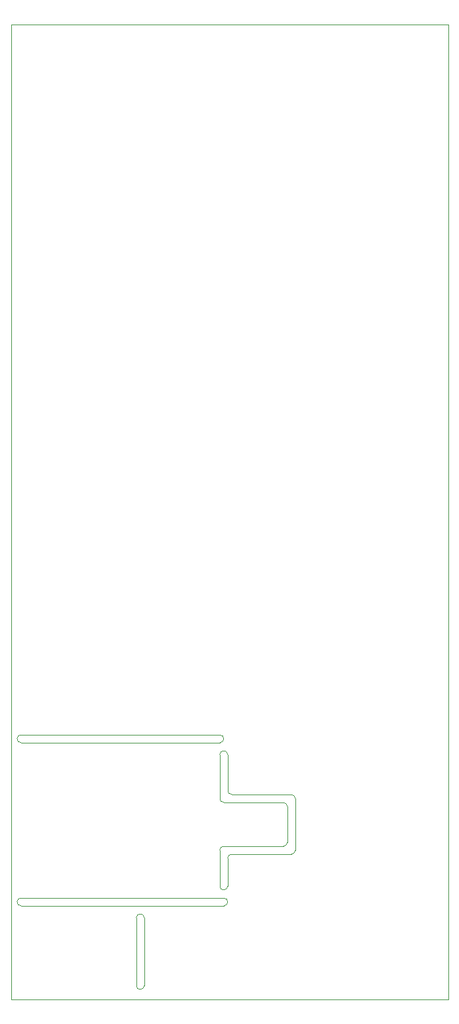
<source format=gbr>
%TF.GenerationSoftware,KiCad,Pcbnew,5.1.6-1.fc32*%
%TF.CreationDate,2021-02-06T17:56:30+01:00*%
%TF.ProjectId,New-New-ACNode-Shield,4e65772d-4e65-4772-9d41-434e6f64652d,rev?*%
%TF.SameCoordinates,Original*%
%TF.FileFunction,Profile,NP*%
%FSLAX46Y46*%
G04 Gerber Fmt 4.6, Leading zero omitted, Abs format (unit mm)*
G04 Created by KiCad (PCBNEW 5.1.6-1.fc32) date 2021-02-06 17:56:30*
%MOMM*%
%LPD*%
G01*
G04 APERTURE LIST*
%TA.AperFunction,Profile*%
%ADD10C,0.050000*%
%TD*%
G04 APERTURE END LIST*
D10*
X149860000Y-137668000D02*
X149860000Y-143256000D01*
X150876000Y-142240000D02*
X150876000Y-137668000D01*
X149860000Y-137668000D02*
G75*
G02*
X150876000Y-137668000I508000J0D01*
G01*
X124460000Y-136144000D02*
X149860000Y-136144000D01*
X149860000Y-135128000D02*
X124460000Y-135128000D01*
X124460000Y-136144000D02*
G75*
G02*
X124460000Y-135128000I0J508000D01*
G01*
X149860000Y-135128000D02*
G75*
G02*
X149860000Y-136144000I0J-508000D01*
G01*
X124460000Y-156972000D02*
X150368000Y-156972000D01*
X150368000Y-155956000D02*
X124460000Y-155956000D01*
X150368000Y-155956000D02*
G75*
G02*
X150368000Y-156972000I0J-508000D01*
G01*
X159004000Y-142748000D02*
X151384000Y-142748000D01*
X151384000Y-142748000D02*
G75*
G02*
X150876000Y-142240000I0J508000D01*
G01*
X159512000Y-149860000D02*
X159512000Y-143256000D01*
X159004000Y-142748000D02*
G75*
G02*
X159512000Y-143256000I0J-508000D01*
G01*
X159004000Y-150368000D02*
X151384000Y-150368000D01*
X159512000Y-149860000D02*
G75*
G02*
X159004000Y-150368000I-508000J0D01*
G01*
X150876000Y-154432000D02*
G75*
G02*
X149860000Y-154432000I-508000J0D01*
G01*
X150876000Y-150876000D02*
X150876000Y-154432000D01*
X149860000Y-149860000D02*
X149860000Y-154432000D01*
X150876000Y-150876000D02*
G75*
G02*
X151384000Y-150368000I508000J0D01*
G01*
X149860000Y-149860000D02*
G75*
G02*
X150368000Y-149352000I508000J0D01*
G01*
X157988000Y-149352000D02*
X150368000Y-149352000D01*
X157988000Y-143764000D02*
X150368000Y-143764000D01*
X150368000Y-143764000D02*
G75*
G02*
X149860000Y-143256000I0J508000D01*
G01*
X158496000Y-148844000D02*
X158496000Y-144272000D01*
X157988000Y-143764000D02*
G75*
G02*
X158496000Y-144272000I0J-508000D01*
G01*
X158496000Y-148844000D02*
G75*
G02*
X157988000Y-149352000I-508000J0D01*
G01*
X124460000Y-156972000D02*
G75*
G02*
X124460000Y-155956000I0J508000D01*
G01*
X140208000Y-167132000D02*
X140208000Y-158496000D01*
X140208000Y-167132000D02*
G75*
G02*
X139192000Y-167132000I-508000J0D01*
G01*
X139192000Y-158496000D02*
G75*
G02*
X140208000Y-158496000I508000J0D01*
G01*
X139192000Y-158496000D02*
X139192000Y-167132000D01*
X123190000Y-168910000D02*
X123190000Y-44450000D01*
X179070000Y-168910000D02*
X123190000Y-168910000D01*
X179070000Y-44450000D02*
X179070000Y-168910000D01*
X123190000Y-44450000D02*
X179070000Y-44450000D01*
M02*

</source>
